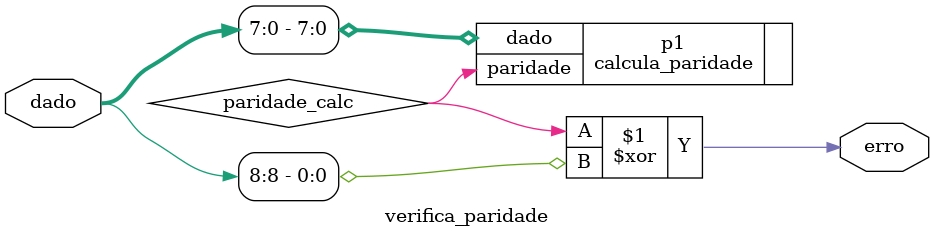
<source format=v>
module verifica_paridade (
  input [8:0] dado, // a paridade é o bit mais significativo (dado[8])
  output erro
);

// Aqui você pode instanciar o módulo paridade corretamente:

  wire paridade_calc;

calcula_paridade p1 (
  .dado(dado[7:0]),
  .paridade(paridade_calc)
);


  assign erro = paridade_calc ^ dado[8];

endmodule

</source>
